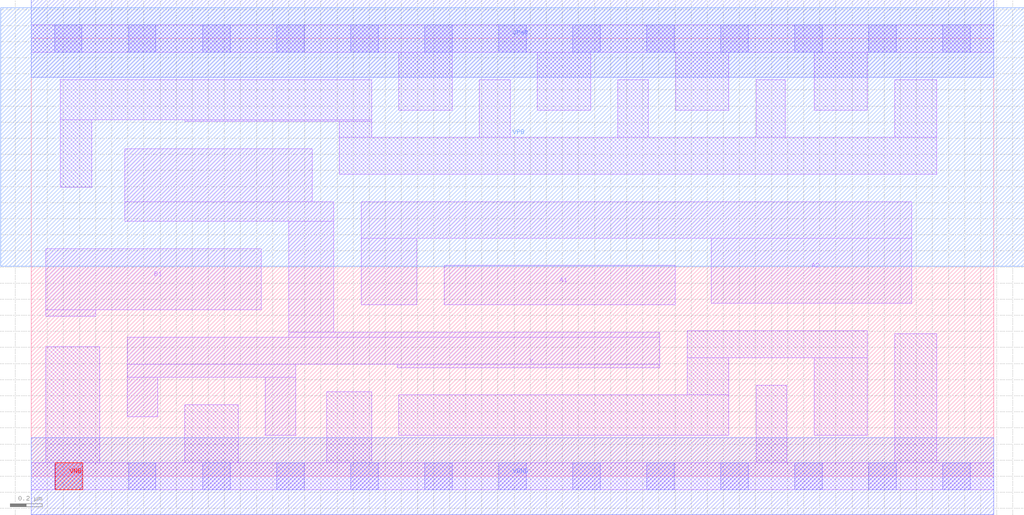
<source format=lef>
# Copyright 2020 The SkyWater PDK Authors
#
# Licensed under the Apache License, Version 2.0 (the "License");
# you may not use this file except in compliance with the License.
# You may obtain a copy of the License at
#
#     https://www.apache.org/licenses/LICENSE-2.0
#
# Unless required by applicable law or agreed to in writing, software
# distributed under the License is distributed on an "AS IS" BASIS,
# WITHOUT WARRANTIES OR CONDITIONS OF ANY KIND, either express or implied.
# See the License for the specific language governing permissions and
# limitations under the License.
#
# SPDX-License-Identifier: Apache-2.0

VERSION 5.7 ;
  NOWIREEXTENSIONATPIN ON ;
  DIVIDERCHAR "/" ;
  BUSBITCHARS "[]" ;
MACRO sky130_fd_sc_hd__a21oi_4
  CLASS CORE ;
  FOREIGN sky130_fd_sc_hd__a21oi_4 ;
  ORIGIN  0.000000  0.000000 ;
  SIZE  5.980000 BY  2.720000 ;
  SYMMETRY X Y R90 ;
  SITE unithd ;
  PIN A1
    ANTENNAGATEAREA  0.990000 ;
    DIRECTION INPUT ;
    USE SIGNAL ;
    PORT
      LAYER li1 ;
        RECT 2.565000 1.065000 4.000000 1.310000 ;
    END
  END A1
  PIN A2
    ANTENNAGATEAREA  0.990000 ;
    DIRECTION INPUT ;
    USE SIGNAL ;
    PORT
      LAYER li1 ;
        RECT 2.050000 1.065000 2.395000 1.480000 ;
        RECT 2.050000 1.480000 5.470000 1.705000 ;
        RECT 4.225000 1.075000 5.470000 1.480000 ;
    END
  END A2
  PIN B1
    ANTENNAGATEAREA  0.990000 ;
    DIRECTION INPUT ;
    USE SIGNAL ;
    PORT
      LAYER li1 ;
        RECT 0.090000 0.995000 0.400000 1.035000 ;
        RECT 0.090000 1.035000 1.430000 1.415000 ;
    END
  END B1
  PIN Y
    ANTENNADIFFAREA  1.288000 ;
    DIRECTION OUTPUT ;
    USE SIGNAL ;
    PORT
      LAYER li1 ;
        RECT 0.580000 1.585000 1.880000 1.705000 ;
        RECT 0.580000 1.705000 1.745000 2.035000 ;
        RECT 0.595000 0.370000 0.785000 0.615000 ;
        RECT 0.595000 0.615000 1.645000 0.695000 ;
        RECT 0.595000 0.695000 3.905000 0.865000 ;
        RECT 1.455000 0.255000 1.645000 0.615000 ;
        RECT 1.600000 0.865000 3.905000 0.895000 ;
        RECT 1.600000 0.895000 1.880000 1.585000 ;
        RECT 2.275000 0.675000 3.905000 0.695000 ;
    END
  END Y
  PIN VGND
    DIRECTION INOUT ;
    SHAPE ABUTMENT ;
    USE GROUND ;
    PORT
      LAYER met1 ;
        RECT 0.000000 -0.240000 5.980000 0.240000 ;
    END
  END VGND
  PIN VNB
    DIRECTION INOUT ;
    USE GROUND ;
    PORT
      LAYER pwell ;
        RECT 0.150000 -0.085000 0.320000 0.085000 ;
    END
  END VNB
  PIN VPB
    DIRECTION INOUT ;
    USE POWER ;
    PORT
      LAYER nwell ;
        RECT -0.190000 1.305000 6.170000 2.910000 ;
    END
  END VPB
  PIN VPWR
    DIRECTION INOUT ;
    SHAPE ABUTMENT ;
    USE POWER ;
    PORT
      LAYER met1 ;
        RECT 0.000000 2.480000 5.980000 2.960000 ;
    END
  END VPWR
  OBS
    LAYER li1 ;
      RECT 0.000000 -0.085000 5.980000 0.085000 ;
      RECT 0.000000  2.635000 5.980000 2.805000 ;
      RECT 0.090000  0.085000 0.425000 0.805000 ;
      RECT 0.180000  1.795000 0.375000 2.215000 ;
      RECT 0.180000  2.215000 2.115000 2.465000 ;
      RECT 0.955000  0.085000 1.285000 0.445000 ;
      RECT 0.955000  2.205000 2.115000 2.215000 ;
      RECT 1.835000  0.085000 2.115000 0.525000 ;
      RECT 1.915000  1.875000 5.625000 2.105000 ;
      RECT 1.915000  2.105000 2.115000 2.205000 ;
      RECT 2.285000  0.255000 4.335000 0.505000 ;
      RECT 2.285000  2.275000 2.615000 2.635000 ;
      RECT 2.785000  2.105000 2.975000 2.465000 ;
      RECT 3.145000  2.275000 3.475000 2.635000 ;
      RECT 3.645000  2.105000 3.835000 2.465000 ;
      RECT 4.005000  2.275000 4.335000 2.635000 ;
      RECT 4.075000  0.505000 4.335000 0.735000 ;
      RECT 4.075000  0.735000 5.195000 0.905000 ;
      RECT 4.505000  0.085000 4.695000 0.565000 ;
      RECT 4.505000  2.105000 4.685000 2.465000 ;
      RECT 4.865000  0.255000 5.195000 0.735000 ;
      RECT 4.865000  2.275000 5.195000 2.635000 ;
      RECT 5.365000  0.085000 5.625000 0.885000 ;
      RECT 5.365000  2.105000 5.625000 2.465000 ;
    LAYER mcon ;
      RECT 0.145000 -0.085000 0.315000 0.085000 ;
      RECT 0.145000  2.635000 0.315000 2.805000 ;
      RECT 0.605000 -0.085000 0.775000 0.085000 ;
      RECT 0.605000  2.635000 0.775000 2.805000 ;
      RECT 1.065000 -0.085000 1.235000 0.085000 ;
      RECT 1.065000  2.635000 1.235000 2.805000 ;
      RECT 1.525000 -0.085000 1.695000 0.085000 ;
      RECT 1.525000  2.635000 1.695000 2.805000 ;
      RECT 1.985000 -0.085000 2.155000 0.085000 ;
      RECT 1.985000  2.635000 2.155000 2.805000 ;
      RECT 2.445000 -0.085000 2.615000 0.085000 ;
      RECT 2.445000  2.635000 2.615000 2.805000 ;
      RECT 2.905000 -0.085000 3.075000 0.085000 ;
      RECT 2.905000  2.635000 3.075000 2.805000 ;
      RECT 3.365000 -0.085000 3.535000 0.085000 ;
      RECT 3.365000  2.635000 3.535000 2.805000 ;
      RECT 3.825000 -0.085000 3.995000 0.085000 ;
      RECT 3.825000  2.635000 3.995000 2.805000 ;
      RECT 4.285000 -0.085000 4.455000 0.085000 ;
      RECT 4.285000  2.635000 4.455000 2.805000 ;
      RECT 4.745000 -0.085000 4.915000 0.085000 ;
      RECT 4.745000  2.635000 4.915000 2.805000 ;
      RECT 5.205000 -0.085000 5.375000 0.085000 ;
      RECT 5.205000  2.635000 5.375000 2.805000 ;
      RECT 5.665000 -0.085000 5.835000 0.085000 ;
      RECT 5.665000  2.635000 5.835000 2.805000 ;
  END
END sky130_fd_sc_hd__a21oi_4
END LIBRARY

</source>
